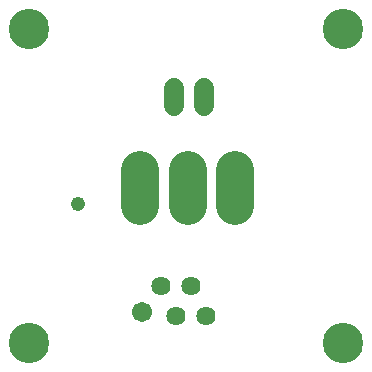
<source format=gbs>
G75*
%MOIN*%
%OFA0B0*%
%FSLAX24Y24*%
%IPPOS*%
%LPD*%
%AMOC8*
5,1,8,0,0,1.08239X$1,22.5*
%
%ADD10C,0.0640*%
%ADD11C,0.0671*%
%ADD12C,0.0674*%
%ADD13C,0.1265*%
%ADD14C,0.0476*%
%ADD15C,0.1346*%
D10*
X005259Y002787D03*
X006259Y002787D03*
X005759Y001787D03*
X006759Y001787D03*
D11*
X004622Y001931D03*
D12*
X005669Y008801D02*
X005669Y009395D01*
X006669Y009395D02*
X006669Y008801D01*
D13*
X006141Y006647D02*
X006141Y005462D01*
X004561Y005462D02*
X004561Y006647D01*
X007721Y006647D02*
X007721Y005462D01*
D14*
X002481Y005520D03*
D15*
X000850Y000889D03*
X000850Y011362D03*
X011322Y011362D03*
X011322Y000889D03*
M02*

</source>
